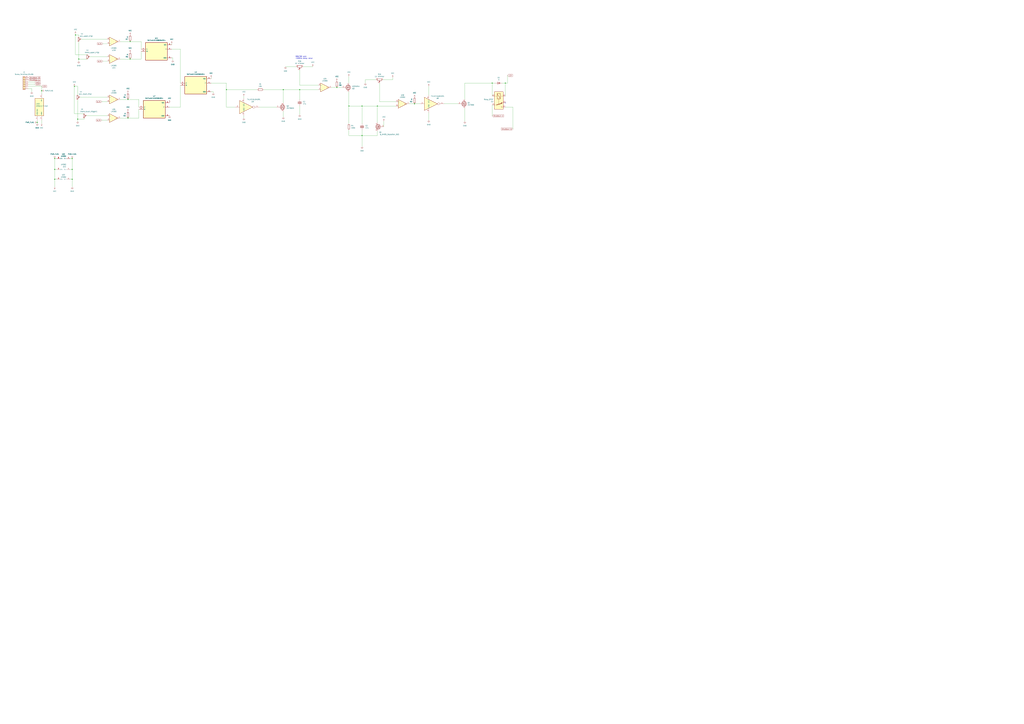
<source format=kicad_sch>
(kicad_sch (version 20230121) (generator eeschema)
  (paper "A0")
  (lib_symbols
    (symbol "74xGxx:74LVC1GU04DRL"
      (property "Reference" "U" (at -5.08 10.16 0))
      (property "Value" "74LVC1GU04DRL" (at 17.78 10.16 0))
      (symbol "74LVC1GU04DRL_0_1"
        (rectangle (start -5.08 7.62) (end -5.08 -7.62) (stroke (width 0.254)) (fill (type background)))
        (polyline (pts (xy -5.08 -7.62) (xy 10.16 0) (xy -5.08 7.62)) (stroke (width 0.254)) (fill (type background)))
        (circle (center 11.43 0) (radius 1.27))
      )
      (symbol "74LVC1GU04DRL_1_1"
        (pin no_connect line (at 10.16 0 180) (length 5.08) hide (name "NC") (number "1"))
        (pin input line (at -10.16 0 0) (length 5.08) (name "~") (number "2"))
        (pin power_in line (at 0 -10.16 90) (length 5.08) (name "GND") (number "3"))
        (pin output line (at 17.78 0 180) (length 5.08) (name "~") (number "4"))
        (pin power_in line (at 0 10.16 270) (length 5.08) (name "VCC") (number "5"))
      )
    )
    (symbol "AMS1117-5.0:AMS1117-5.0" (pin_names (offset 1.016))
      (property "Reference" "U" (at -10.16 5.5921 0))
      (property "Value" "AMS1117-5.0" (at -10.16 -8.1379 0))
      (symbol "AMS1117-5.0_0_0"
        (rectangle (start -10.16 -5.08) (end 10.16 5.08) (stroke (width 0.254)) (fill (type background)))
        (pin power_in line (at 15.24 -2.54 180) (length 5.08) (name "GND/ADJ") (number "1"))
        (pin output line (at 15.24 2.54 180) (length 5.08) (name "VOUT") (number "2"))
        (pin input line (at -15.24 2.54 0) (length 5.08) (name "VIN") (number "3"))
      )
    )
    (symbol "Comparator:LM393" (pin_names (offset 0.127))
      (property "Reference" "U" (at 3.81 3.81 0))
      (property "Value" "LM393" (at 6.35 -3.81 0))
      (symbol "LM393_1_1"
        (polyline (pts (xy -5.08 5.08) (xy 5.08 0) (xy -5.08 -5.08) (xy -5.08 5.08)) (stroke (width 0.254)) (fill (type background)))
        (polyline (pts (xy 3.302 -0.508) (xy 2.794 -0.508) (xy 3.302 0) (xy 2.794 0.508) (xy 2.286 0) (xy 2.794 -0.508) (xy 2.286 -0.508)) (stroke (width 0.127)))
        (pin open_collector line (at 7.62 0 180) (length 2.54) (name "~") (number "1"))
        (pin input line (at -7.62 -2.54 0) (length 2.54) (name "-") (number "2"))
        (pin input line (at -7.62 2.54 0) (length 2.54) (name "+") (number "3"))
      )
      (symbol "LM393_2_1"
        (polyline (pts (xy -5.08 5.08) (xy 5.08 0) (xy -5.08 -5.08) (xy -5.08 5.08)) (stroke (width 0.254)) (fill (type background)))
        (polyline (pts (xy 3.302 -0.508) (xy 2.794 -0.508) (xy 3.302 0) (xy 2.794 0.508) (xy 2.286 0) (xy 2.794 -0.508) (xy 2.286 -0.508)) (stroke (width 0.127)))
        (pin input line (at -7.62 2.54 0) (length 2.54) (name "+") (number "5"))
        (pin input line (at -7.62 -2.54 0) (length 2.54) (name "-") (number "6"))
        (pin open_collector line (at 7.62 0 180) (length 2.54) (name "~") (number "7"))
      )
      (symbol "LM393_3_1"
        (pin power_in line (at -2.54 -7.62 90) (length 3.81) (name "V-") (number "4"))
        (pin power_in line (at -2.54 7.62 270) (length 3.81) (name "V+") (number "8"))
      )
    )
    (symbol "Connector:Screw_Terminal_01x06" (pin_names (offset 1.016) hide)
      (property "Reference" "J" (at 0 7.62 0))
      (property "Value" "Screw_Terminal_01x06" (at 0 -10.16 0))
      (symbol "Screw_Terminal_01x06_1_1"
        (rectangle (start -1.27 6.35) (end 1.27 -8.89) (stroke (width 0.254)) (fill (type background)))
        (circle (center 0 -7.62) (radius 0.635) (stroke (width 0.1524)))
        (circle (center 0 -5.08) (radius 0.635) (stroke (width 0.1524)))
        (circle (center 0 -2.54) (radius 0.635) (stroke (width 0.1524)))
        (polyline (pts (xy -0.5334 -7.2898) (xy 0.3302 -8.128)) (stroke (width 0.1524)))
        (polyline (pts (xy -0.5334 -4.7498) (xy 0.3302 -5.588)) (stroke (width 0.1524)))
        (polyline (pts (xy -0.5334 -2.2098) (xy 0.3302 -3.048)) (stroke (width 0.1524)))
        (polyline (pts (xy -0.5334 0.3302) (xy 0.3302 -0.508)) (stroke (width 0.1524)))
        (polyline (pts (xy -0.5334 2.8702) (xy 0.3302 2.032)) (stroke (width 0.1524)))
        (polyline (pts (xy -0.5334 5.4102) (xy 0.3302 4.572)) (stroke (width 0.1524)))
        (polyline (pts (xy -0.3556 -7.112) (xy 0.508 -7.9502)) (stroke (width 0.1524)))
        (polyline (pts (xy -0.3556 -4.572) (xy 0.508 -5.4102)) (stroke (width 0.1524)))
        (polyline (pts (xy -0.3556 -2.032) (xy 0.508 -2.8702)) (stroke (width 0.1524)))
        (polyline (pts (xy -0.3556 0.508) (xy 0.508 -0.3302)) (stroke (width 0.1524)))
        (polyline (pts (xy -0.3556 3.048) (xy 0.508 2.2098)) (stroke (width 0.1524)))
        (polyline (pts (xy -0.3556 5.588) (xy 0.508 4.7498)) (stroke (width 0.1524)))
        (circle (center 0 0) (radius 0.635) (stroke (width 0.1524)))
        (circle (center 0 2.54) (radius 0.635) (stroke (width 0.1524)))
        (circle (center 0 5.08) (radius 0.635) (stroke (width 0.1524)))
        (pin passive line (at -5.08 5.08 0) (length 3.81) (name "Pin_1") (number "1"))
        (pin passive line (at -5.08 2.54 0) (length 3.81) (name "Pin_2") (number "2"))
        (pin passive line (at -5.08 0 0) (length 3.81) (name "Pin_3") (number "3"))
        (pin passive line (at -5.08 -2.54 0) (length 3.81) (name "Pin_4") (number "4"))
        (pin passive line (at -5.08 -5.08 0) (length 3.81) (name "Pin_5") (number "5"))
        (pin passive line (at -5.08 -7.62 0) (length 3.81) (name "Pin_6") (number "6"))
      )
    )
    (symbol "Device:C" (pin_numbers hide) (pin_names (offset 0.254))
      (property "Reference" "C" (at 0.635 2.54 0))
      (property "Value" "C" (at 0.635 -2.54 0))
      (symbol "C_0_1"
        (polyline (pts (xy -2.032 -0.762) (xy 2.032 -0.762)) (stroke (width 0.508)))
        (polyline (pts (xy -2.032 0.762) (xy 2.032 0.762)) (stroke (width 0.508)))
      )
      (symbol "C_1_1"
        (pin passive line (at 0 3.81 270) (length 2.794) (name "~") (number "1"))
        (pin passive line (at 0 -3.81 90) (length 2.794) (name "~") (number "2"))
      )
    )
    (symbol "Device:D" (pin_numbers hide) (pin_names (offset 1.016) hide)
      (property "Reference" "D" (at 0 2.54 0))
      (property "Value" "D" (at 0 -2.54 0))
      (symbol "D_0_1"
        (polyline (pts (xy -1.27 1.27) (xy -1.27 -1.27)) (stroke (width 0.254)))
        (polyline (pts (xy 1.27 0) (xy -1.27 0)))
        (polyline (pts (xy 1.27 1.27) (xy 1.27 -1.27) (xy -1.27 0) (xy 1.27 1.27)) (stroke (width 0.254)))
      )
      (symbol "D_1_1"
        (pin passive line (at -3.81 0 0) (length 2.54) (name "K") (number "1"))
        (pin passive line (at 3.81 0 180) (length 2.54) (name "A") (number "2"))
      )
    )
    (symbol "Device:Q_NMOS_Depletion_DGS" (pin_names (offset 0) hide)
      (property "Reference" "Q" (at 5.08 1.905 0))
      (property "Value" "Q_NMOS_Depletion_DGS" (at 5.08 0 0))
      (symbol "Q_NMOS_Depletion_DGS_0_1"
        (polyline (pts (xy 0.254 0) (xy -2.54 0)))
        (polyline (pts (xy 0.254 1.905) (xy 0.254 -1.905)) (stroke (width 0.254)))
        (polyline (pts (xy 0.762 2.286) (xy 0.762 -2.286)) (stroke (width 0.254)))
        (polyline (pts (xy 2.54 2.54) (xy 2.54 1.778)))
        (polyline (pts (xy 2.54 -2.54) (xy 2.54 0) (xy 0.762 0)))
        (polyline (pts (xy 0.762 -1.778) (xy 3.302 -1.778) (xy 3.302 1.778) (xy 0.762 1.778)))
        (polyline (pts (xy 1.016 0) (xy 2.032 0.381) (xy 2.032 -0.381) (xy 1.016 0)) (fill (type outline)))
        (polyline (pts (xy 2.794 0.508) (xy 2.921 0.381) (xy 3.683 0.381) (xy 3.81 0.254)))
        (polyline (pts (xy 3.302 0.381) (xy 2.921 -0.254) (xy 3.683 -0.254) (xy 3.302 0.381)))
        (circle (center 1.651 0) (radius 2.794) (stroke (width 0.254)))
        (circle (center 2.54 -1.778) (radius 0.254) (fill (type outline)))
        (circle (center 2.54 1.778) (radius 0.254) (fill (type outline)))
      )
      (symbol "Q_NMOS_Depletion_DGS_1_1"
        (pin passive line (at 2.54 5.08 270) (length 2.54) (name "D") (number "1"))
        (pin input line (at -5.08 0 0) (length 2.54) (name "G") (number "2"))
        (pin passive line (at 2.54 -5.08 90) (length 2.54) (name "S") (number "3"))
      )
    )
    (symbol "Device:R" (pin_numbers hide) (pin_names (offset 0))
      (property "Reference" "R" (at 2.032 0 90))
      (property "Value" "R" (at 0 0 90))
      (symbol "R_0_1"
        (rectangle (start -1.016 -2.54) (end 1.016 2.54) (stroke (width 0.254)))
      )
      (symbol "R_1_1"
        (pin passive line (at 0 3.81 270) (length 1.27) (name "~") (number "1"))
        (pin passive line (at 0 -3.81 90) (length 1.27) (name "~") (number "2"))
      )
    )
    (symbol "Device:R_Potentiometer" (pin_names (offset 1.016) hide)
      (property "Reference" "RV" (at -4.445 0 90))
      (property "Value" "R_Potentiometer" (at -2.54 0 90))
      (symbol "R_Potentiometer_0_1"
        (polyline (pts (xy 2.54 0) (xy 1.524 0)))
        (polyline (pts (xy 1.143 0) (xy 2.286 0.508) (xy 2.286 -0.508) (xy 1.143 0)) (fill (type outline)))
        (rectangle (start 1.016 2.54) (end -1.016 -2.54) (stroke (width 0.254)))
      )
      (symbol "R_Potentiometer_1_1"
        (pin passive line (at 0 3.81 270) (length 1.27) (name "1") (number "1"))
        (pin passive line (at 3.81 0 180) (length 1.27) (name "2") (number "2"))
        (pin passive line (at 0 -3.81 90) (length 1.27) (name "3") (number "3"))
      )
    )
    (symbol "Device:R_Potentiometer_Small" (pin_names (offset 1.016) hide)
      (property "Reference" "RV" (at -4.445 0 90))
      (property "Value" "R_Potentiometer_Small" (at -2.54 0 90))
      (symbol "R_Potentiometer_Small_0_1"
        (polyline (pts (xy 0.889 0) (xy 0.635 0) (xy 1.651 0.381) (xy 1.651 -0.381) (xy 0.635 0) (xy 0.889 0)) (fill (type outline)))
        (rectangle (start 0.762 1.8034) (end -0.762 -1.8034) (stroke (width 0.254)))
      )
      (symbol "R_Potentiometer_Small_1_1"
        (pin passive line (at 0 2.54 270) (length 0.635) (name "1") (number "1"))
        (pin passive line (at 2.54 0 180) (length 0.9906) (name "2") (number "2"))
        (pin passive line (at 0 -2.54 90) (length 0.635) (name "3") (number "3"))
      )
    )
    (symbol "Relay:Relay_SPDT"
      (property "Reference" "K" (at 11.43 3.81 0))
      (property "Value" "Relay_SPDT" (at 11.43 1.27 0))
      (symbol "Relay_SPDT_0_0"
        (polyline (pts (xy 7.62 5.08) (xy 7.62 2.54) (xy 6.985 3.175) (xy 7.62 3.81)))
      )
      (symbol "Relay_SPDT_0_1"
        (rectangle (start -10.16 5.08) (end 10.16 -5.08) (stroke (width 0.254)) (fill (type background)))
        (rectangle (start -8.255 1.905) (end -1.905 -1.905) (stroke (width 0.254)))
        (polyline (pts (xy -7.62 -1.905) (xy -2.54 1.905)) (stroke (width 0.254)))
        (polyline (pts (xy -5.08 -5.08) (xy -5.08 -1.905)))
        (polyline (pts (xy -5.08 5.08) (xy -5.08 1.905)))
        (polyline (pts (xy -1.905 0) (xy -1.27 0)) (stroke (width 0.254)))
        (polyline (pts (xy -0.635 0) (xy 0 0)) (stroke (width 0.254)))
        (polyline (pts (xy 0.635 0) (xy 1.27 0)) (stroke (width 0.254)))
        (polyline (pts (xy 1.905 0) (xy 2.54 0)) (stroke (width 0.254)))
        (polyline (pts (xy 3.175 0) (xy 3.81 0)) (stroke (width 0.254)))
        (polyline (pts (xy 5.08 -2.54) (xy 3.175 3.81)) (stroke (width 0.508)))
        (polyline (pts (xy 5.08 -2.54) (xy 5.08 -5.08)))
        (polyline (pts (xy 2.54 5.08) (xy 2.54 2.54) (xy 3.175 3.175) (xy 2.54 3.81)) (fill (type outline)))
      )
      (symbol "Relay_SPDT_1_1"
        (pin passive line (at 5.08 -7.62 90) (length 2.54) (name "~") (number "11"))
        (pin passive line (at 2.54 7.62 270) (length 2.54) (name "~") (number "12"))
        (pin passive line (at 7.62 7.62 270) (length 2.54) (name "~") (number "14"))
        (pin passive line (at -5.08 7.62 270) (length 2.54) (name "~") (number "A1"))
        (pin passive line (at -5.08 -7.62 90) (length 2.54) (name "~") (number "A2"))
      )
    )
    (symbol "SN74AHC1G08DBVRE4:SN74AHC1G08DBVRE4" (pin_names (offset 1.016))
      (property "Reference" "U" (at -12.7 11.16 0))
      (property "Value" "SN74AHC1G08DBVRE4" (at -12.7 -14.16 0))
      (symbol "SN74AHC1G08DBVRE4_0_0"
        (rectangle (start -12.7 -10.16) (end 12.7 10.16) (stroke (width 0.41)) (fill (type background)))
        (pin input line (at -17.78 2.54 0) (length 5.08) (name "A") (number "1"))
        (pin input line (at -17.78 0 0) (length 5.08) (name "B") (number "2"))
        (pin power_in line (at 17.78 -7.62 180) (length 5.08) (name "GND") (number "3"))
        (pin output line (at 17.78 2.54 180) (length 5.08) (name "Y") (number "4"))
        (pin power_in line (at 17.78 7.62 180) (length 5.08) (name "VCC") (number "5"))
      )
    )
    (symbol "SN74AHC1G32DBVRE4:SN74AHC1G32DBVRE4" (pin_names (offset 1.016))
      (property "Reference" "U" (at -12.7 11.16 0))
      (property "Value" "SN74AHC1G32DBVRE4" (at -12.7 -14.16 0))
      (symbol "SN74AHC1G32DBVRE4_0_0"
        (rectangle (start -12.7 -10.16) (end 12.7 10.16) (stroke (width 0.41)) (fill (type background)))
        (pin input line (at -17.78 2.54 0) (length 5.08) (name "A") (number "1"))
        (pin input line (at -17.78 0 0) (length 5.08) (name "B") (number "2"))
        (pin power_in line (at 17.78 -7.62 180) (length 5.08) (name "GND") (number "3"))
        (pin output line (at 17.78 2.54 180) (length 5.08) (name "Y") (number "4"))
        (pin power_in line (at 17.78 7.62 180) (length 5.08) (name "VCC") (number "5"))
      )
    )
    (symbol "Transistor_FET:2N7000" (pin_names hide)
      (property "Reference" "Q" (at 5.08 1.905 0))
      (property "Value" "2N7000" (at 5.08 0 0))
      (symbol "2N7000_0_1"
        (polyline (pts (xy 0.254 0) (xy -2.54 0)))
        (polyline (pts (xy 0.254 1.905) (xy 0.254 -1.905)) (stroke (width 0.254)))
        (polyline (pts (xy 0.762 -1.27) (xy 0.762 -2.286)) (stroke (width 0.254)))
        (polyline (pts (xy 0.762 0.508) (xy 0.762 -0.508)) (stroke (width 0.254)))
        (polyline (pts (xy 0.762 2.286) (xy 0.762 1.27)) (stroke (width 0.254)))
        (polyline (pts (xy 2.54 2.54) (xy 2.54 1.778)))
        (polyline (pts (xy 2.54 -2.54) (xy 2.54 0) (xy 0.762 0)))
        (polyline (pts (xy 0.762 -1.778) (xy 3.302 -1.778) (xy 3.302 1.778) (xy 0.762 1.778)))
        (polyline (pts (xy 1.016 0) (xy 2.032 0.381) (xy 2.032 -0.381) (xy 1.016 0)) (fill (type outline)))
        (polyline (pts (xy 2.794 0.508) (xy 2.921 0.381) (xy 3.683 0.381) (xy 3.81 0.254)))
        (polyline (pts (xy 3.302 0.381) (xy 2.921 -0.254) (xy 3.683 -0.254) (xy 3.302 0.381)))
        (circle (center 1.651 0) (radius 2.794) (stroke (width 0.254)))
        (circle (center 2.54 -1.778) (radius 0.254) (fill (type outline)))
        (circle (center 2.54 1.778) (radius 0.254) (fill (type outline)))
      )
      (symbol "2N7000_1_1"
        (pin passive line (at 2.54 -5.08 90) (length 2.54) (name "S") (number "1"))
        (pin input line (at -5.08 0 0) (length 2.54) (name "G") (number "2"))
        (pin passive line (at 2.54 5.08 270) (length 2.54) (name "D") (number "3"))
      )
    )
    (symbol "Transistor_FET:2N7002H" (pin_names hide)
      (property "Reference" "Q" (at 5.08 1.905 0))
      (property "Value" "2N7002H" (at 5.08 0 0))
      (symbol "2N7002H_0_1"
        (polyline (pts (xy 0.254 0) (xy -2.54 0)))
        (polyline (pts (xy 0.254 1.905) (xy 0.254 -1.905)) (stroke (width 0.254)))
        (polyline (pts (xy 0.762 -1.27) (xy 0.762 -2.286)) (stroke (width 0.254)))
        (polyline (pts (xy 0.762 0.508) (xy 0.762 -0.508)) (stroke (width 0.254)))
        (polyline (pts (xy 0.762 2.286) (xy 0.762 1.27)) (stroke (width 0.254)))
        (polyline (pts (xy 2.54 2.54) (xy 2.54 1.778)))
        (polyline (pts (xy 2.54 -2.54) (xy 2.54 0) (xy 0.762 0)))
        (polyline (pts (xy 0.762 -1.778) (xy 3.302 -1.778) (xy 3.302 1.778) (xy 0.762 1.778)))
        (polyline (pts (xy 1.016 0) (xy 2.032 0.381) (xy 2.032 -0.381) (xy 1.016 0)) (fill (type outline)))
        (polyline (pts (xy 2.794 0.508) (xy 2.921 0.381) (xy 3.683 0.381) (xy 3.81 0.254)))
        (polyline (pts (xy 3.302 0.381) (xy 2.921 -0.254) (xy 3.683 -0.254) (xy 3.302 0.381)))
        (circle (center 1.651 0) (radius 2.794) (stroke (width 0.254)))
        (circle (center 2.54 -1.778) (radius 0.254) (fill (type outline)))
        (circle (center 2.54 1.778) (radius 0.254) (fill (type outline)))
      )
      (symbol "2N7002H_1_1"
        (pin input line (at -5.08 0 0) (length 2.54) (name "G") (number "1"))
        (pin passive line (at 2.54 -5.08 90) (length 2.54) (name "S") (number "2"))
        (pin passive line (at 2.54 5.08 270) (length 2.54) (name "D") (number "3"))
      )
    )
    (symbol "Transistor_FET:AO3401A" (pin_names hide)
      (property "Reference" "Q" (at 5.08 1.905 0))
      (property "Value" "AO3401A" (at 5.08 0 0))
      (symbol "AO3401A_0_1"
        (polyline (pts (xy 0.254 0) (xy -2.54 0)))
        (polyline (pts (xy 0.254 1.905) (xy 0.254 -1.905)) (stroke (width 0.254)))
        (polyline (pts (xy 0.762 -1.27) (xy 0.762 -2.286)) (stroke (width 0.254)))
        (polyline (pts (xy 0.762 0.508) (xy 0.762 -0.508)) (stroke (width 0.254)))
        (polyline (pts (xy 0.762 2.286) (xy 0.762 1.27)) (stroke (width 0.254)))
        (polyline (pts (xy 2.54 2.54) (xy 2.54 1.778)))
        (polyline (pts (xy 2.54 -2.54) (xy 2.54 0) (xy 0.762 0)))
        (polyline (pts (xy 0.762 1.778) (xy 3.302 1.778) (xy 3.302 -1.778) (xy 0.762 -1.778)))
        (polyline (pts (xy 2.286 0) (xy 1.27 0.381) (xy 1.27 -0.381) (xy 2.286 0)) (fill (type outline)))
        (polyline (pts (xy 2.794 -0.508) (xy 2.921 -0.381) (xy 3.683 -0.381) (xy 3.81 -0.254)))
        (polyline (pts (xy 3.302 -0.381) (xy 2.921 0.254) (xy 3.683 0.254) (xy 3.302 -0.381)))
        (circle (center 1.651 0) (radius 2.794) (stroke (width 0.254)))
        (circle (center 2.54 -1.778) (radius 0.254) (fill (type outline)))
        (circle (center 2.54 1.778) (radius 0.254) (fill (type outline)))
      )
      (symbol "AO3401A_1_1"
        (pin input line (at -5.08 0 0) (length 2.54) (name "G") (number "1"))
        (pin passive line (at 2.54 -5.08 90) (length 2.54) (name "S") (number "2"))
        (pin passive line (at 2.54 5.08 270) (length 2.54) (name "D") (number "3"))
      )
    )
    (symbol "power:GND" (power) (pin_names (offset 0))
      (property "Value" "GND" (at 0 -3.81 0))
      (symbol "GND_0_1"
        (polyline (pts (xy 0 0) (xy 0 -1.27) (xy 1.27 -1.27) (xy 0 -2.54) (xy -1.27 -1.27) (xy 0 -1.27)))
      )
      (symbol "GND_1_1"
        (pin power_in line (at 0 0 270) (length 0) hide (name "GND") (number "1"))
      )
    )
    (symbol "power:PWR_FLAG" (power) (pin_numbers hide) (pin_names (offset 0) hide)
      (property "Value" "PWR_FLAG" (at 0 3.81 0))
      (symbol "PWR_FLAG_0_0"
        (pin power_out line (at 0 0 90) (length 0) (name "pwr") (number "1"))
      )
      (symbol "PWR_FLAG_0_1"
        (polyline (pts (xy 0 0) (xy 0 1.27) (xy -1.016 1.905) (xy 0 2.54) (xy 1.016 1.905) (xy 0 1.27)))
      )
    )
    (symbol "power:VCC" (power) (pin_names (offset 0))
      (property "Value" "VCC" (at 0 3.81 0))
      (symbol "VCC_0_1"
        (polyline (pts (xy -0.762 1.27) (xy 0 2.54)))
        (polyline (pts (xy 0 0) (xy 0 2.54)))
        (polyline (pts (xy 0 2.54) (xy 0.762 1.27)))
      )
      (symbol "VCC_1_1"
        (pin power_in line (at 0 0 90) (length 0) hide (name "VCC") (number "1"))
      )
    )
  )
  (junction (at 63.5 184.15))
  (junction (at 90.17 138.43))
  (junction (at 405.13 123.19))
  (junction (at 347.98 104.14))
  (junction (at 481.33 120.65))
  (junction (at 48.26 105.41))
  (junction (at 83.82 196.85))
  (junction (at 391.16 101.6))
  (junction (at 586.74 96.52))
  (junction (at 151.13 48.26))
  (junction (at 151.13 68.58))
  (junction (at 328.93 104.14))
  (junction (at 438.15 123.19))
  (junction (at 148.59 115.57))
  (junction (at 148.59 137.16))
  (junction (at 262.89 104.14))
  (junction (at 83.82 208.28))
  (junction (at 571.5 96.52))
  (junction (at 86.36 100.33))
  (junction (at 63.5 208.28))
  (junction (at 91.44 68.58))
  (junction (at 420.37 157.48))
  (junction (at 43.18 142.24))
  (junction (at 87.63 40.64))
  (junction (at 63.5 196.85))
  (junction (at 83.82 184.15))
  (junction (at 420.37 123.19))
  (no_connect (at 586.74 119.38))
  (wire (pts (xy 455.93 90.17) (xy 455.93 92.71)))
  (wire (pts (xy 139.7 68.58) (xy 151.13 68.58)))
  (wire (pts (xy 83.82 196.85) (xy 83.82 208.28)))
  (wire (pts (xy 586.74 96.52) (xy 586.74 111.76)))
  (wire (pts (xy 119.38 50.8) (xy 124.46 50.8)))
  (wire (pts (xy 87.63 40.64) (xy 91.44 40.64)))
  (wire (pts (xy 104.14 66.04) (xy 124.46 66.04)))
  (wire (pts (xy 405.13 157.48) (xy 420.37 157.48)))
  (wire (pts (xy 63.5 208.28) (xy 63.5 217.17)))
  (wire (pts (xy 474.98 120.65) (xy 481.33 120.65)))
  (wire (pts (xy 63.5 196.85) (xy 63.5 208.28)))
  (wire (pts (xy 100.33 134.62) (xy 124.46 134.62)))
  (wire (pts (xy 148.59 115.57) (xy 161.29 115.57)))
  (wire (pts (xy 273.05 124.46) (xy 262.89 124.46)))
  (wire (pts (xy 571.5 111.76) (xy 571.5 96.52)))
  (wire (pts (xy 586.74 96.52) (xy 589.28 96.52)))
  (wire (pts (xy 328.93 104.14) (xy 347.98 104.14)))
  (wire (pts (xy 91.44 48.26) (xy 91.44 68.58)))
  (wire (pts (xy 90.17 115.57) (xy 90.17 138.43)))
  (wire (pts (xy 420.37 123.19) (xy 438.15 123.19)))
  (wire (pts (xy 36.83 106.68) (xy 36.83 102.87)))
  (wire (pts (xy 262.89 124.46) (xy 262.89 104.14)))
  (wire (pts (xy 91.44 40.64) (xy 91.44 43.18)))
  (wire (pts (xy 420.37 151.13) (xy 420.37 157.48)))
  (wire (pts (xy 405.13 123.19) (xy 420.37 123.19)))
  (wire (pts (xy 163.83 68.58) (xy 163.83 59.69)))
  (wire (pts (xy 444.5 92.71) (xy 455.93 92.71)))
  (wire (pts (xy 497.84 100.33) (xy 497.84 110.49)))
  (wire (pts (xy 199.39 67.31) (xy 200.66 67.31)))
  (wire (pts (xy 405.13 143.51) (xy 405.13 123.19)))
  (wire (pts (xy 300.99 124.46) (xy 321.31 124.46)))
  (wire (pts (xy 118.11 118.11) (xy 124.46 118.11)))
  (wire (pts (xy 66.04 184.15) (xy 63.5 184.15)))
  (wire (pts (xy 90.17 138.43) (xy 97.79 138.43)))
  (wire (pts (xy 81.28 196.85) (xy 83.82 196.85)))
  (wire (pts (xy 91.44 71.12) (xy 91.44 68.58)))
  (wire (pts (xy 497.84 130.81) (xy 497.84 139.7)))
  (wire (pts (xy 139.7 137.16) (xy 148.59 137.16)))
  (wire (pts (xy 93.98 45.72) (xy 124.46 45.72)))
  (wire (pts (xy 33.02 100.33) (xy 48.26 100.33)))
  (wire (pts (xy 199.39 57.15) (xy 209.55 57.15)))
  (wire (pts (xy 161.29 127) (xy 161.29 137.16)))
  (wire (pts (xy 595.63 149.86) (xy 595.63 124.46)))
  (wire (pts (xy 97.79 138.43) (xy 97.79 137.16)))
  (wire (pts (xy 391.16 101.6) (xy 397.51 101.6)))
  (wire (pts (xy 262.89 104.14) (xy 262.89 96.52)))
  (wire (pts (xy 163.83 48.26) (xy 163.83 57.15)))
  (wire (pts (xy 384.81 101.6) (xy 391.16 101.6)))
  (wire (pts (xy 63.5 184.15) (xy 63.5 196.85)))
  (wire (pts (xy 97.79 132.08) (xy 86.36 132.08)))
  (wire (pts (xy 582.93 96.52) (xy 586.74 96.52)))
  (wire (pts (xy 571.5 134.62) (xy 571.5 121.92)))
  (wire (pts (xy 262.89 96.52) (xy 245.11 96.52)))
  (wire (pts (xy 589.28 96.52) (xy 589.28 87.63)))
  (wire (pts (xy 369.57 99.06) (xy 347.98 99.06)))
  (wire (pts (xy 139.7 48.26) (xy 151.13 48.26)))
  (wire (pts (xy 90.17 110.49) (xy 90.17 100.33)))
  (wire (pts (xy 328.93 104.14) (xy 328.93 119.38)))
  (wire (pts (xy 86.36 100.33) (xy 86.36 132.08)))
  (wire (pts (xy 101.6 63.5) (xy 87.63 63.5)))
  (wire (pts (xy 199.39 50.8) (xy 199.39 52.07)))
  (wire (pts (xy 83.82 184.15) (xy 83.82 196.85)))
  (wire (pts (xy 347.98 104.14) (xy 347.98 115.57)))
  (wire (pts (xy 83.82 208.28) (xy 83.82 217.17)))
  (wire (pts (xy 539.75 96.52) (xy 571.5 96.52)))
  (wire (pts (xy 539.75 115.57) (xy 539.75 96.52)))
  (wire (pts (xy 91.44 68.58) (xy 101.6 68.58)))
  (wire (pts (xy 81.28 208.28) (xy 83.82 208.28)))
  (wire (pts (xy 420.37 157.48) (xy 420.37 170.18)))
  (wire (pts (xy 347.98 133.35) (xy 347.98 123.19)))
  (wire (pts (xy 283.21 111.76) (xy 283.21 114.3)))
  (wire (pts (xy 92.71 113.03) (xy 124.46 113.03)))
  (wire (pts (xy 87.63 39.37) (xy 87.63 40.64)))
  (wire (pts (xy 331.47 77.47) (xy 344.17 77.47)))
  (wire (pts (xy 43.18 142.24) (xy 43.18 143.51)))
  (wire (pts (xy 151.13 68.58) (xy 163.83 68.58)))
  (wire (pts (xy 424.18 96.52) (xy 424.18 92.71)))
  (wire (pts (xy 90.17 100.33) (xy 86.36 100.33)))
  (wire (pts (xy 43.18 139.7) (xy 43.18 142.24)))
  (wire (pts (xy 481.33 120.65) (xy 487.68 120.65)))
  (wire (pts (xy 48.26 100.33) (xy 48.26 105.41)))
  (wire (pts (xy 148.59 137.16) (xy 161.29 137.16)))
  (wire (pts (xy 369.57 104.14) (xy 347.98 104.14)))
  (wire (pts (xy 351.79 77.47) (xy 363.22 77.47)))
  (wire (pts (xy 438.15 123.19) (xy 459.74 123.19)))
  (wire (pts (xy 81.28 184.15) (xy 83.82 184.15)))
  (wire (pts (xy 539.75 125.73) (xy 539.75 140.97)))
  (wire (pts (xy 119.38 71.12) (xy 124.46 71.12)))
  (wire (pts (xy 571.5 96.52) (xy 575.31 96.52)))
  (wire (pts (xy 445.77 140.97) (xy 445.77 147.32)))
  (wire (pts (xy 262.89 104.14) (xy 298.45 104.14)))
  (wire (pts (xy 151.13 48.26) (xy 163.83 48.26)))
  (wire (pts (xy 247.65 106.68) (xy 245.11 106.68)))
  (wire (pts (xy 438.15 123.19) (xy 438.15 142.24)))
  (wire (pts (xy 459.74 118.11) (xy 440.69 118.11)))
  (wire (pts (xy 247.65 106.68) (xy 247.65 107.95)))
  (wire (pts (xy 161.29 115.57) (xy 161.29 124.46)))
  (wire (pts (xy 90.17 140.97) (xy 90.17 138.43)))
  (wire (pts (xy 405.13 106.68) (xy 405.13 123.19)))
  (wire (pts (xy 405.13 88.9) (xy 405.13 96.52)))
  (wire (pts (xy 405.13 151.13) (xy 405.13 157.48)))
  (wire (pts (xy 347.98 99.06) (xy 347.98 81.28)))
  (wire (pts (xy 40.64 95.25) (xy 33.02 95.25)))
  (wire (pts (xy 33.02 97.79) (xy 40.64 97.79)))
  (wire (pts (xy 87.63 40.64) (xy 87.63 63.5)))
  (wire (pts (xy 48.26 139.7) (xy 48.26 143.51)))
  (wire (pts (xy 595.63 124.46) (xy 586.74 124.46)))
  (wire (pts (xy 48.26 105.41) (xy 48.26 109.22)))
  (wire (pts (xy 209.55 99.06) (xy 209.55 124.46)))
  (wire (pts (xy 118.11 139.7) (xy 124.46 139.7)))
  (wire (pts (xy 139.7 115.57) (xy 148.59 115.57)))
  (wire (pts (xy 306.07 104.14) (xy 328.93 104.14)))
  (wire (pts (xy 438.15 157.48) (xy 420.37 157.48)))
  (wire (pts (xy 209.55 124.46) (xy 196.85 124.46)))
  (wire (pts (xy 283.21 137.16) (xy 283.21 134.62)))
  (wire (pts (xy 440.69 96.52) (xy 440.69 118.11)))
  (wire (pts (xy 63.5 208.28) (xy 66.04 208.28)))
  (wire (pts (xy 36.83 102.87) (xy 33.02 102.87)))
  (wire (pts (xy 424.18 92.71) (xy 436.88 92.71)))
  (wire (pts (xy 245.11 90.17) (xy 245.11 91.44)))
  (wire (pts (xy 209.55 57.15) (xy 209.55 96.52)))
  (wire (pts (xy 200.66 67.31) (xy 200.66 69.85)))
  (wire (pts (xy 420.37 123.19) (xy 420.37 143.51)))
  (wire (pts (xy 63.5 196.85) (xy 66.04 196.85)))
  (wire (pts (xy 328.93 129.54) (xy 328.93 135.89)))
  (wire (pts (xy 515.62 120.65) (xy 532.13 120.65)))
  (wire (pts (xy 438.15 152.4) (xy 438.15 157.48)))
  (text "300:700 omh\n+500ms delay value" (at 342.9 68.58 0) (effects (font (size 1.27 1.27)) (justify left bottom)))
  (global_label "a_in" (shape input) (at 40.64 97.79 0) (property "Intersheetrefs" "${INTERSHEET_REFS}" (effects hide)))
  (global_label "Shutdown B" (shape input) (at 33.02 90.17 0) (property "Intersheetrefs" "${INTERSHEET_REFS}" (effects hide)))
  (global_label "a_in" (shape input) (at 118.11 139.7 180) (property "Intersheetrefs" "${INTERSHEET_REFS}" (effects hide)))
  (global_label "b_in" (shape input) (at 119.38 50.8 180) (property "Intersheetrefs" "${INTERSHEET_REFS}" (effects hide)))
  (global_label "Shutdown B" (shape input) (at 595.63 149.86 180) (property "Intersheetrefs" "${INTERSHEET_REFS}" (effects hide)))
  (global_label "b_in" (shape input) (at 40.64 95.25 0) (property "Intersheetrefs" "${INTERSHEET_REFS}" (effects hide)))
  (global_label "Shutdown A" (shape input) (at 571.5 134.62 0) (property "Intersheetrefs" "${INTERSHEET_REFS}" (effects hide)))
  (global_label "a_in" (shape input) (at 119.38 71.12 180) (property "Intersheetrefs" "${INTERSHEET_REFS}" (effects hide)))
  (global_label "12V" (shape input) (at 48.26 100.33 0) (property "Intersheetrefs" "${INTERSHEET_REFS}" (effects hide)))
  (global_label "12V" (shape input) (at 589.28 87.63 0) (property "Intersheetrefs" "${INTERSHEET_REFS}" (effects hide)))
  (global_label "Shutdown A" (shape input) (at 33.02 92.71 0) (property "Intersheetrefs" "${INTERSHEET_REFS}" (effects hide)))
  (global_label "b_in" (shape input) (at 118.11 118.11 180) (property "Intersheetrefs" "${INTERSHEET_REFS}" (effects hide)))
  (symbol (lib_id "power:GND") (at 43.18 143.51 0) (unit 1)
    (property "Reference" "#PWR017" (effects hide))
    (property "Value" "GND" (at 43.18 148.59 0))
  )
  (symbol (lib_id "Transistor_FET:AO3401A") (at 402.59 101.6 0) (mirror x) (unit 1)
    (property "Reference" "Q3" (at 408.94 102.87 0) (effects (justify left)))
    (property "Value" "AO3401A" (at 408.94 100.33 0) (effects (justify left)))
    (property "Footprint" "Package_TO_SOT_SMD:SOT-23" (effects hide))
    (property "Datasheet" "http://www.aosmd.com/pdfs/datasheet/AO3401A.pdf" (effects hide))
  )
  (symbol (lib_id "power:GND") (at 420.37 170.18 0) (unit 1)
    (property "Reference" "#PWR011" (effects hide))
    (property "Value" "GND" (at 420.37 175.26 0))
  )
  (symbol (lib_id "power:VCC") (at 151.13 40.64 0) (unit 1)
    (property "Reference" "#PWR033" (effects hide))
    (property "Value" "VCC" (at 151.13 35.56 0))
  )
  (symbol (lib_id "Comparator:LM393") (at 73.66 205.74 90) (unit 3)
    (property "Reference" "U2" (at 73.66 203.2 90))
    (property "Value" "LM393" (at 73.66 205.74 90))
    (property "Footprint" "Package_SO:SOIC-8-1EP_3.9x4.9mm_P1.27mm_EP2.29x3mm" (effects hide))
    (property "Datasheet" "http://www.ti.com/lit/ds/symlink/lm393.pdf" (effects hide))
  )
  (symbol (lib_id "Relay:Relay_SPDT") (at 579.12 116.84 270) (unit 1)
    (property "Reference" "K3" (at 572.77 118.11 90) (effects (justify right)))
    (property "Value" "Relay_SPDT" (at 572.77 115.57 90) (effects (justify right)))
    (property "Footprint" "Relay_THT:Relay_SPDT_Finder_36.11" (effects hide))
  )
  (symbol (lib_id "power:VCC") (at 148.59 129.54 0) (unit 1)
    (property "Reference" "#PWR034" (effects hide))
    (property "Value" "VCC" (at 148.59 124.46 0))
  )
  (symbol (lib_id "power:GND") (at 328.93 135.89 0) (unit 1)
    (property "Reference" "#PWR018" (effects hide))
    (property "Value" "GND" (at 328.93 140.97 0))
  )
  (symbol (lib_id "power:GND") (at 283.21 137.16 0) (unit 1)
    (property "Reference" "#PWR019" (effects hide))
    (property "Value" "GND" (at 283.21 142.24 0))
  )
  (symbol (lib_id "Device:R") (at 391.16 97.79 0) (mirror x) (unit 1)
    (property "Reference" "R8" (at 393.7 99.06 0) (effects (justify left)))
    (property "Value" "1k" (at 393.7 96.52 0) (effects (justify left)))
    (property "Footprint" "Resistor_SMD:R_1206_3216Metric" (effects hide))
  )
  (symbol (lib_id "power:PWR_FLAG") (at 48.26 105.41 270) (unit 1)
    (property "Reference" "#FLG01" (effects hide))
    (property "Value" "PWR_FLAG" (at 52.07 105.41 90) (effects (justify left)))
  )
  (symbol (lib_id "power:GND") (at 83.82 217.17 0) (unit 1)
    (property "Reference" "#PWR02" (effects hide))
    (property "Value" "GND" (at 83.82 222.25 0))
  )
  (symbol (lib_id "Device:R_Potentiometer_Small") (at 91.44 45.72 0) (unit 1)
    (property "Reference" "acc_upper_trig1" (at 107.95 41.91 0) (effects (justify right)))
    (property "Value" "1K" (at 96.52 39.37 0) (effects (justify right)))
    (property "Footprint" "Potentiometer_THT:Potentiometer_Bourns_3296W_Vertical" (effects hide))
  )
  (symbol (lib_id "Device:R") (at 148.59 111.76 180) (unit 1)
    (property "Reference" "R5" (at 146.05 113.03 0) (effects (justify left)))
    (property "Value" "R" (at 146.05 110.49 0) (effects (justify left)))
    (property "Footprint" "Resistor_SMD:R_1206_3216Metric" (effects hide))
  )
  (symbol (lib_id "Device:R") (at 148.59 133.35 180) (unit 1)
    (property "Reference" "R3" (at 146.05 134.62 0) (effects (justify left)))
    (property "Value" "R" (at 146.05 132.08 0) (effects (justify left)))
    (property "Footprint" "Resistor_SMD:R_1206_3216Metric" (effects hide))
  )
  (symbol (lib_id "Comparator:LM393") (at 73.66 194.31 90) (unit 3)
    (property "Reference" "U1" (at 76.835 193.675 90) (effects (justify left)))
    (property "Value" "LM393" (at 76.835 191.135 90) (effects (justify left)))
    (property "Footprint" "Package_SO:SOIC-8-1EP_3.9x4.9mm_P1.27mm_EP2.29x3mm" (effects hide))
    (property "Datasheet" "http://www.ti.com/lit/ds/symlink/lm393.pdf" (effects hide))
  )
  (symbol (lib_id "power:GND") (at 539.75 140.97 0) (unit 1)
    (property "Reference" "#PWR031" (effects hide))
    (property "Value" "GND" (at 539.75 146.05 0))
  )
  (symbol (lib_id "Device:C") (at 347.98 119.38 0) (unit 1)
    (property "Reference" "C1" (at 351.79 118.11 0) (effects (justify left)))
    (property "Value" "47u" (at 351.79 120.65 0) (effects (justify left)))
    (property "Footprint" "Capacitor_SMD:C_Elec_6.3x7.7" (effects hide))
  )
  (symbol (lib_id "SN74AHC1G32DBVRE4:SN74AHC1G32DBVRE4") (at 179.07 127 0) (unit 1)
    (property "Reference" "U7" (at 179.07 111.76 0))
    (property "Value" "SN74AHC1G32DBVRE4" (at 179.07 114.3 0))
    (property "Footprint" "Package_TO_SOT_SMD:SOT-23-5" (effects hide))
    (property "MF" "Texas Instruments" (effects hide))
    (property "Description" "\nSingle 2-Input Positive-OR Gate 5-SOT-23 -40 to 125\n" (effects hide))
    (property "Package" "SOT-23-5 Texas Instruments" (effects hide))
    (property "Price" "None" (effects hide))
    (property "SnapEDA_Link" "https://www.snapeda.com/parts/SN74AHC1G32DBVRE4/Texas+Instruments/view-part/?ref=snap" (effects hide))
    (property "MP" "SN74AHC1G32DBVRE4" (effects hide))
    (property "Availability" "In Stock" (effects hide))
    (property "Check_prices" "https://www.snapeda.com/parts/SN74AHC1G32DBVRE4/Texas+Instruments/view-part/?ref=eda" (effects hide))
  )
  (symbol (lib_id "Device:D") (at 579.12 96.52 180) (unit 1)
    (property "Reference" "D1" (at 579.12 90.17 0))
    (property "Value" "D" (at 579.12 92.71 0))
    (property "Footprint" "Diode_SMD:D_1206_3216Metric_Pad1.42x1.75mm_HandSolder" (effects hide))
    (property "Sim.Device" "D" (effects hide))
    (property "Sim.Pins" "1=K 2=A" (effects hide))
  )
  (symbol (lib_id "74xGxx:74LVC1GU04DRL") (at 497.84 120.65 0) (unit 1)
    (property "Reference" "U8" (at 508 114.3 0))
    (property "Value" "74LVC1GU04DRL" (at 508 111.76 0))
    (property "Footprint" "Package_TO_SOT_SMD:SOT-23-5" (effects hide))
    (property "Datasheet" "http://www.ti.com/lit/ds/symlink/sn74lvc1gu04.pdf" (effects hide))
  )
  (symbol (lib_id "power:GND") (at 247.65 107.95 0) (unit 1)
    (property "Reference" "#PWR025" (effects hide))
    (property "Value" "GND" (at 247.65 113.03 0))
  )
  (symbol (lib_id "Comparator:LM393") (at 132.08 115.57 0) (unit 2)
    (property "Reference" "U3" (at 132.08 105.41 0))
    (property "Value" "LM393" (at 132.08 107.95 0))
    (property "Footprint" "Package_SO:SOIC-8-1EP_3.9x4.9mm_P1.27mm_EP2.29x3mm" (effects hide))
    (property "Datasheet" "http://www.ti.com/lit/ds/symlink/lm393.pdf" (effects hide))
  )
  (symbol (lib_id "power:VCC") (at 199.39 50.8 0) (unit 1)
    (property "Reference" "#PWR023" (effects hide))
    (property "Value" "VCC" (at 199.39 45.72 0))
  )
  (symbol (lib_id "power:GND") (at 331.47 77.47 0) (unit 1)
    (property "Reference" "#PWR06" (effects hide))
    (property "Value" "GND" (at 331.47 82.55 0))
  )
  (symbol (lib_id "Device:C") (at 420.37 147.32 0) (unit 1)
    (property "Reference" "C2" (at 424.18 146.05 0) (effects (justify left)))
    (property "Value" "47u" (at 424.18 148.59 0) (effects (justify left)))
    (property "Footprint" "Capacitor_SMD:C_Elec_6.3x7.7" (effects hide))
  )
  (symbol (lib_id "power:VCC") (at 87.63 39.37 0) (unit 1)
    (property "Reference" "#PWR028" (effects hide))
    (property "Value" "VCC" (at 87.63 34.29 0))
  )
  (symbol (lib_id "power:PWR_FLAG") (at 43.18 142.24 90) (unit 1)
    (property "Reference" "#FLG02" (effects hide))
    (property "Value" "PWR_FLAG" (at 39.37 142.24 90) (effects (justify left)))
  )
  (symbol (lib_id "Comparator:LM393") (at 132.08 68.58 0) (mirror x) (unit 1)
    (property "Reference" "U1" (at 132.08 78.74 0))
    (property "Value" "LM393" (at 132.08 76.2 0))
    (property "Footprint" "Package_SO:SOIC-8-1EP_3.9x4.9mm_P1.27mm_EP2.29x3mm" (effects hide))
    (property "Datasheet" "http://www.ti.com/lit/ds/symlink/lm393.pdf" (effects hide))
  )
  (symbol (lib_id "power:VCC") (at 148.59 107.95 0) (unit 1)
    (property "Reference" "#PWR035" (effects hide))
    (property "Value" "VCC" (at 148.59 102.87 0))
  )
  (symbol (lib_id "power:VCC") (at 445.77 140.97 0) (unit 1)
    (property "Reference" "#PWR010" (effects hide))
    (property "Value" "VCC" (at 445.77 135.89 0))
  )
  (symbol (lib_id "power:PWR_FLAG") (at 63.5 184.15 0) (unit 1)
    (property "Reference" "#FLG04" (effects hide))
    (property "Value" "PWR_FLAG" (at 63.5 179.07 0))
  )
  (symbol (lib_id "power:VCC") (at 363.22 77.47 0) (unit 1)
    (property "Reference" "#PWR05" (effects hide))
    (property "Value" "VCC" (at 363.22 72.39 0))
  )
  (symbol (lib_id "power:VCC") (at 481.33 113.03 0) (unit 1)
    (property "Reference" "#PWR015" (effects hide))
    (property "Value" "VCC" (at 481.33 107.95 0))
  )
  (symbol (lib_id "Device:R_Potentiometer_Small") (at 90.17 113.03 0) (unit 1)
    (property "Reference" "acc_lower_trig1" (at 106.68 109.22 0) (effects (justify right)))
    (property "Value" "1K" (at 95.25 106.68 0) (effects (justify right)))
    (property "Footprint" "Potentiometer_THT:Potentiometer_Bourns_3296W_Vertical" (effects hide))
  )
  (symbol (lib_id "Device:R_Potentiometer") (at 347.98 77.47 270) (unit 1)
    (property "Reference" "RV6" (at 347.98 71.12 90))
    (property "Value" "1K trimmer" (at 347.98 73.66 90))
    (property "Footprint" "Potentiometer_THT:Potentiometer_Bourns_3296W_Vertical" (effects hide))
  )
  (symbol (lib_id "Comparator:LM393") (at 467.36 120.65 0) (unit 2)
    (property "Reference" "U2" (at 467.36 110.49 0))
    (property "Value" "LM393" (at 467.36 113.03 0))
    (property "Footprint" "Package_SO:SOIC-8-1EP_3.9x4.9mm_P1.27mm_EP2.29x3mm" (effects hide))
    (property "Datasheet" "http://www.ti.com/lit/ds/symlink/lm393.pdf" (effects hide))
  )
  (symbol (lib_id "power:GND") (at 90.17 140.97 0) (unit 1)
    (property "Reference" "#PWR030" (effects hide))
    (property "Value" "GND" (at 90.17 146.05 0))
  )
  (symbol (lib_id "power:PWR_FLAG") (at 83.82 184.15 0) (unit 1)
    (property "Reference" "#FLG03" (effects hide))
    (property "Value" "PWR_FLAG" (at 83.82 179.07 0))
  )
  (symbol (lib_id "Device:R_Potentiometer_Small") (at 97.79 134.62 0) (unit 1)
    (property "Reference" "brake_lower_trigger1" (at 113.03 129.54 0) (effects (justify right)))
    (property "Value" "1K" (at 93.98 127 0) (effects (justify left)))
    (property "Footprint" "Potentiometer_THT:Potentiometer_Bourns_3296W_Vertical" (effects hide))
  )
  (symbol (lib_id "power:VCC") (at 455.93 90.17 0) (unit 1)
    (property "Reference" "#PWR013" (effects hide))
    (property "Value" "VCC" (at 455.93 85.09 0))
  )
  (symbol (lib_id "Device:R") (at 151.13 44.45 180) (unit 1)
    (property "Reference" "R7" (at 148.59 45.72 0) (effects (justify left)))
    (property "Value" "R" (at 148.59 43.18 0) (effects (justify left)))
    (property "Footprint" "Resistor_SMD:R_1206_3216Metric" (effects hide))
  )
  (symbol (lib_id "power:GND") (at 196.85 134.62 0) (unit 1)
    (property "Reference" "#PWR016" (effects hide))
    (property "Value" "GND" (at 196.85 139.7 0))
  )
  (symbol (lib_id "Device:R") (at 405.13 147.32 0) (unit 1)
    (property "Reference" "R4" (at 407.67 146.05 0) (effects (justify left)))
    (property "Value" "100k" (at 407.67 148.59 0) (effects (justify left)))
    (property "Footprint" "Resistor_SMD:R_1206_3216Metric" (effects hide))
  )
  (symbol (lib_id "Device:R") (at 151.13 64.77 180) (unit 1)
    (property "Reference" "R6" (at 148.59 66.04 0) (effects (justify left)))
    (property "Value" "R" (at 148.59 63.5 0) (effects (justify left)))
    (property "Footprint" "Resistor_SMD:R_1206_3216Metric" (effects hide))
  )
  (symbol (lib_id "power:VCC") (at 151.13 60.96 0) (unit 1)
    (property "Reference" "#PWR032" (effects hide))
    (property "Value" "VCC" (at 151.13 55.88 0))
  )
  (symbol (lib_id "Device:R") (at 481.33 116.84 180) (unit 1)
    (property "Reference" "R2" (at 478.79 118.11 0) (effects (justify left)))
    (property "Value" "R" (at 478.79 115.57 0) (effects (justify left)))
    (property "Footprint" "Resistor_SMD:R_1206_3216Metric" (effects hide))
  )
  (symbol (lib_id "power:GND") (at 347.98 133.35 0) (unit 1)
    (property "Reference" "#PWR08" (effects hide))
    (property "Value" "GND" (at 347.98 138.43 0))
  )
  (symbol (lib_id "power:GND") (at 424.18 96.52 0) (unit 1)
    (property "Reference" "#PWR012" (effects hide))
    (property "Value" "GND" (at 424.18 101.6 0))
  )
  (symbol (lib_id "power:VCC") (at 245.11 90.17 0) (unit 1)
    (property "Reference" "#PWR024" (effects hide))
    (property "Value" "VCC" (at 245.11 85.09 0))
  )
  (symbol (lib_id "Connector:Screw_Terminal_01x06") (at 27.94 97.79 180) (unit 1)
    (property "Reference" "J1" (at 27.94 83.82 0))
    (property "Value" "Screw_Terminal_01x06" (at 27.94 86.36 0))
    (property "Footprint" "TerminalBlock:TerminalBlock_bornier-6_P5.08mm" (effects hide))
  )
  (symbol (lib_id "SN74AHC1G08DBVRE4:SN74AHC1G08DBVRE4") (at 181.61 59.69 0) (unit 1)
    (property "Reference" "U11" (at 181.61 44.45 0))
    (property "Value" "SN74AHC1G08DBVRE4" (at 181.61 46.99 0))
    (property "Footprint" "Package_TO_SOT_SMD:SOT-23-5" (effects hide))
    (property "MF" "Texas Instruments" (effects hide))
    (property "Description" "\nSingle 2-Input Positive-AND Gate 5-SOT-23 -55 to 125\n" (effects hide))
    (property "Package" "SOT-23-5 Texas Instruments" (effects hide))
    (property "Price" "None" (effects hide))
    (property "SnapEDA_Link" "https://www.snapeda.com/parts/SN74AHC1G08DBVRE4/Texas+Instruments/view-part/?ref=snap" (effects hide))
    (property "MP" "SN74AHC1G08DBVRE4" (effects hide))
    (property "Purchase-URL" "https://www.snapeda.com/api/url_track_click_mouser/?unipart_id=1159122&manufacturer=Texas Instruments&part_name=SN74AHC1G08DBVRE4&search_term=sn74ahc1g08dbvr" (effects hide))
    (property "Availability" "In Stock" (effects hide))
    (property "Check_prices" "https://www.snapeda.com/parts/SN74AHC1G08DBVRE4/Texas+Instruments/view-part/?ref=eda" (effects hide))
  )
  (symbol (lib_id "Device:R_Potentiometer_Small") (at 101.6 66.04 0) (unit 1)
    (property "Reference" "brake_upper_trig1" (at 115.57 60.96 0) (effects (justify right)))
    (property "Value" "1K" (at 102.87 58.42 0) (effects (justify right)))
    (property "Footprint" "Potentiometer_THT:Potentiometer_Bourns_3296W_Vertical" (effects hide))
  )
  (symbol (lib_id "power:VCC") (at 391.16 93.98 0) (unit 1)
    (property "Reference" "#PWR027" (effects hide))
    (property "Value" "VCC" (at 391.16 88.9 0))
  )
  (symbol (lib_id "power:VCC") (at 196.85 119.38 0) (unit 1)
    (property "Reference" "#PWR07" (effects hide))
    (property "Value" "VCC" (at 196.85 114.3 0))
  )
  (symbol (lib_id "power:VCC") (at 283.21 111.76 0) (unit 1)
    (property "Reference" "#PWR020" (effects hide))
    (property "Value" "VCC" (at 283.21 106.68 0))
  )
  (symbol (lib_id "Comparator:LM393") (at 73.66 181.61 90) (unit 3)
    (property "Reference" "U3" (at 73.66 179.07 90))
    (property "Value" "LM393" (at 73.66 181.61 90))
    (property "Footprint" "Package_SO:SOIC-8-1EP_3.9x4.9mm_P1.27mm_EP2.29x3mm" (effects hide))
    (property "Datasheet" "http://www.ti.com/lit/ds/symlink/lm393.pdf" (effects hide))
  )
  (symbol (lib_id "AMS1117-5.0:AMS1117-5.0") (at 45.72 124.46 270) (unit 1)
    (property "Reference" "U10" (at 41.91 120.65 90) (effects (justify left)))
    (property "Value" "AMS1117-5.0" (at 41.91 123.19 90) (effects (justify left)))
    (property "Footprint" "Package_TO_SOT_SMD:SOT-223" (effects hide))
    (property "MF" "ams" (effects hide))
    (property "MAXIMUM_PACKAGE_HEIGHT" "1.80mm" (effects hide))
    (property "Package" "SOT-223 Seeed Technology" (effects hide))
    (property "Price" "None" (effects hide))
    (property "Check_prices" "https://www.snapeda.com/parts/AMS1117-5.0/ams/view-part/?ref=eda" (effects hide))
    (property "STANDARD" "IPC-7351B" (effects hide))
    (property "PARTREV" "N/A" (effects hide))
    (property "SnapEDA_Link" "https://www.snapeda.com/parts/AMS1117-5.0/ams/view-part/?ref=snap" (effects hide))
    (property "MP" "AMS1117-5.0" (effects hide))
    (property "Description" "\n1A LOW DROPOUT VOLTAGE REGULATOR\n" (effects hide))
    (property "Availability" "Not in stock" (effects hide))
    (property "MANUFACTURER" "Advanced Monolithic Systems" (effects hide))
  )
  (symbol (lib_id "power:GND") (at 36.83 106.68 0) (unit 1)
    (property "Reference" "#PWR04" (effects hide))
    (property "Value" "GND" (at 36.83 111.76 0))
  )
  (symbol (lib_id "Device:R_Potentiometer") (at 440.69 92.71 270) (unit 1)
    (property "Reference" "RV5" (at 440.69 86.36 90))
    (property "Value" "1K trimmer" (at 440.69 88.9 90))
    (property "Footprint" "Potentiometer_THT:Potentiometer_Bourns_3296W_Vertical" (effects hide))
  )
  (symbol (lib_id "power:GND") (at 200.66 69.85 0) (unit 1)
    (property "Reference" "#PWR026" (effects hide))
    (property "Value" "GND" (at 200.66 74.93 0))
  )
  (symbol (lib_id "Comparator:LM393") (at 377.19 101.6 0) (unit 1)
    (property "Reference" "U2" (at 377.19 91.44 0))
    (property "Value" "LM393" (at 377.19 93.98 0))
    (property "Footprint" "Package_SO:SOIC-8-1EP_3.9x4.9mm_P1.27mm_EP2.29x3mm" (effects hide))
    (property "Datasheet" "http://www.ti.com/lit/ds/symlink/lm393.pdf" (effects hide))
  )
  (symbol (lib_id "power:VCC") (at 405.13 88.9 0) (unit 1)
    (property "Reference" "#PWR09" (effects hide))
    (property "Value" "VCC" (at 405.13 83.82 0))
  )
  (symbol (lib_id "74xGxx:74LVC1GU04DRL") (at 283.21 124.46 0) (unit 1)
    (property "Reference" "U9" (at 293.37 118.11 0))
    (property "Value" "74LVC1GU04DRL" (at 294.64 115.57 0))
    (property "Footprint" "Package_TO_SOT_SMD:SOT-23-5" (effects hide))
    (property "Datasheet" "http://www.ti.com/lit/ds/symlink/sn74lvc1gu04.pdf" (effects hide))
  )
  (symbol (lib_id "Transistor_FET:2N7002H") (at 326.39 124.46 0) (unit 1)
    (property "Reference" "Q2" (at 332.74 123.19 0) (effects (justify left)))
    (property "Value" "2N7002H" (at 332.74 125.73 0) (effects (justify left)))
    (property "Footprint" "Package_TO_SOT_SMD:SOT-23" (effects hide))
    (property "Datasheet" "http://www.diodes.com/assets/Datasheets/2N7002H.pdf" (effects hide))
  )
  (symbol (lib_id "Transistor_FET:2N7000") (at 537.21 120.65 0) (unit 1)
    (property "Reference" "Q1" (at 542.925 119.38 0) (effects (justify left)))
    (property "Value" "2N7000" (at 542.925 121.92 0) (effects (justify left)))
    (property "Footprint" "Package_TO_SOT_SMD:SOT-23" (effects hide))
    (property "Datasheet" "https://www.vishay.com/docs/70226/70226.pdf" (effects hide))
  )
  (symbol (lib_id "SN74AHC1G32DBVRE4:SN74AHC1G32DBVRE4") (at 227.33 99.06 0) (unit 1)
    (property "Reference" "U4" (at 227.33 83.82 0))
    (property "Value" "SN74AHC1G32DBVRE4" (at 227.33 86.36 0))
    (property "Footprint" "Package_TO_SOT_SMD:SOT-23-5" (effects hide))
    (property "MF" "Texas Instruments" (effects hide))
    (property "Description" "\nSingle 2-Input Positive-OR Gate 5-SOT-23 -40 to 125\n" (effects hide))
    (property "Package" "SOT-23-5 Texas Instruments" (effects hide))
    (property "Price" "None" (effects hide))
    (property "SnapEDA_Link" "https://www.snapeda.com/parts/SN74AHC1G32DBVRE4/Texas+Instruments/view-part/?ref=snap" (effects hide))
    (property "MP" "SN74AHC1G32DBVRE4" (effects hide))
    (property "Availability" "In Stock" (effects hide))
    (property "Check_prices" "https://www.snapeda.com/parts/SN74AHC1G32DBVRE4/Texas+Instruments/view-part/?ref=eda" (effects hide))
  )
  (symbol (lib_id "power:VCC") (at 86.36 100.33 0) (unit 1)
    (property "Reference" "#PWR014" (effects hide))
    (property "Value" "VCC" (at 86.36 95.25 0))
  )
  (symbol (lib_id "Comparator:LM393") (at 132.08 137.16 0) (unit 1)
    (property "Reference" "U3" (at 132.08 127 0))
    (property "Value" "LM393" (at 132.08 129.54 0))
    (property "Footprint" "Package_SO:SOIC-8-1EP_3.9x4.9mm_P1.27mm_EP2.29x3mm" (effects hide))
    (property "Datasheet" "http://www.ti.com/lit/ds/symlink/lm393.pdf" (effects hide))
  )
  (symbol (lib_id "power:VCC") (at 497.84 100.33 0) (unit 1)
    (property "Reference" "#PWR021" (effects hide))
    (property "Value" "VCC" (at 497.84 95.25 0))
  )
  (symbol (lib_id "power:GND") (at 91.44 71.12 0) (unit 1)
    (property "Reference" "#PWR029" (effects hide))
    (property "Value" "GND" (at 91.44 76.2 0))
  )
  (symbol (lib_id "Device:Q_NMOS_Depletion_DGS") (at 440.69 147.32 0) (mirror y) (unit 1)
    (property "Reference" "Q4" (at 443.23 153.67 0) (effects (justify left)))
    (property "Value" "Q_NMOS_Depletion_DGS" (at 463.55 156.21 0) (effects (justify left)))
    (property "Footprint" "Package_TO_SOT_SMD:SOT-23" (effects hide))
  )
  (symbol (lib_id "Device:R") (at 302.26 104.14 90) (unit 1)
    (property "Reference" "R1" (at 302.26 97.79 90))
    (property "Value" "10k" (at 302.26 100.33 90))
    (property "Footprint" "Resistor_SMD:R_1206_3216Metric" (effects hide))
  )
  (symbol (lib_id "Comparator:LM393") (at 132.08 48.26 0) (mirror x) (unit 2)
    (property "Reference" "U1" (at 132.08 58.42 0))
    (property "Value" "LM393" (at 132.08 55.88 0))
    (property "Footprint" "Package_SO:SOIC-8-1EP_3.9x4.9mm_P1.27mm_EP2.29x3mm" (effects hide))
    (property "Datasheet" "http://www.ti.com/lit/ds/symlink/lm393.pdf" (effects hide))
  )
  (symbol (lib_id "power:GND") (at 497.84 139.7 0) (unit 1)
    (property "Reference" "#PWR022" (effects hide))
    (property "Value" "GND" (at 497.84 144.78 0))
  )
  (symbol (lib_id "power:VCC") (at 48.26 143.51 180) (unit 1)
    (property "Reference" "#PWR03" (effects hide))
    (property "Value" "VCC" (at 48.26 148.59 0))
  )
  (symbol (lib_id "power:VCC") (at 63.5 217.17 180) (unit 1)
    (property "Reference" "#PWR01" (effects hide))
    (property "Value" "VCC" (at 63.5 222.25 0))
  )
)
</source>
